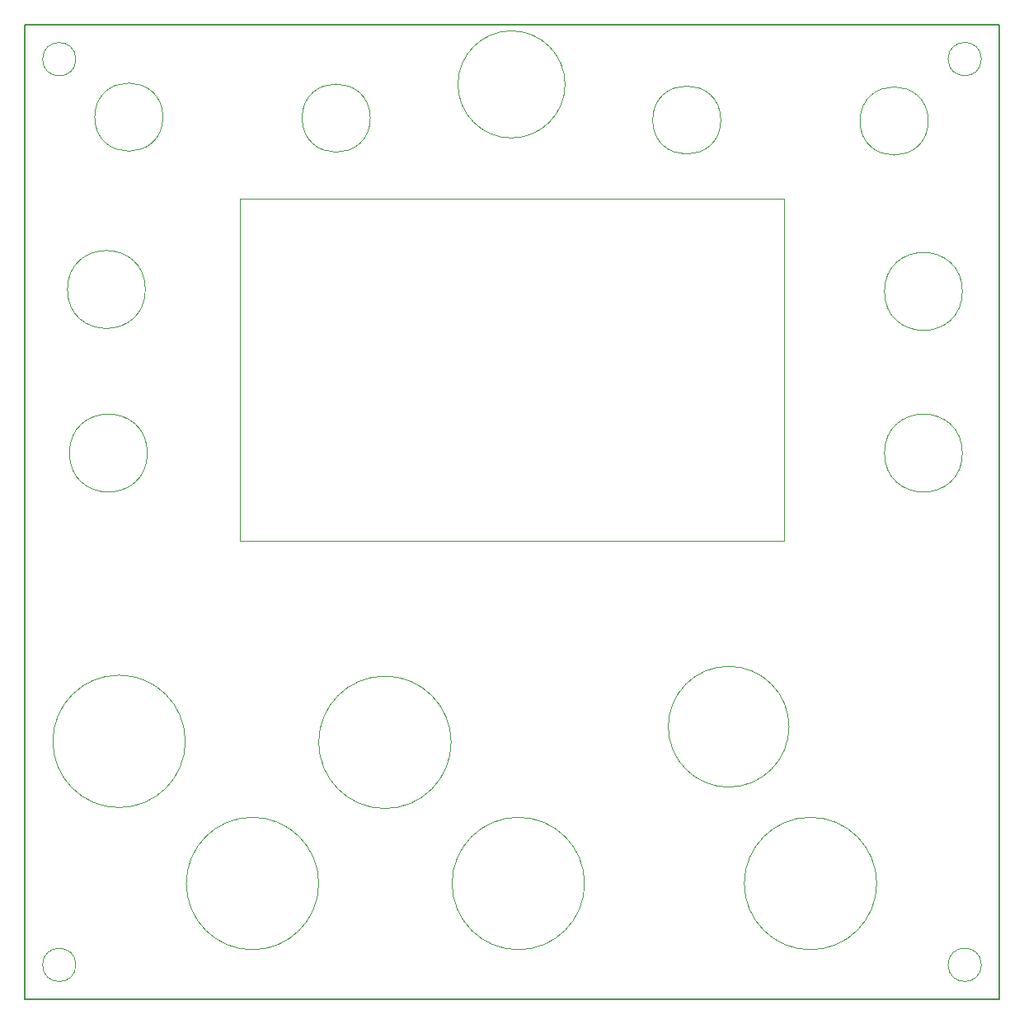
<source format=gbr>
%TF.GenerationSoftware,KiCad,Pcbnew,7.0.9*%
%TF.CreationDate,2024-07-10T14:31:20+10:00*%
%TF.ProjectId,default_panel,64656661-756c-4745-9f70-616e656c2e6b,rev?*%
%TF.SameCoordinates,Original*%
%TF.FileFunction,Profile,NP*%
%FSLAX46Y46*%
G04 Gerber Fmt 4.6, Leading zero omitted, Abs format (unit mm)*
G04 Created by KiCad (PCBNEW 7.0.9) date 2024-07-10 14:31:20*
%MOMM*%
%LPD*%
G01*
G04 APERTURE LIST*
%TA.AperFunction,Profile*%
%ADD10C,0.100000*%
%TD*%
%TA.AperFunction,Profile*%
%ADD11C,0.150000*%
%TD*%
G04 APERTURE END LIST*
D10*
X111800000Y-132900000D02*
G75*
G03*
X111800000Y-132900000I-6800000J0D01*
G01*
X137096765Y-50838475D02*
G75*
G03*
X137096765Y-50838475I-5500000J0D01*
G01*
X98100000Y-118300000D02*
G75*
G03*
X98100000Y-118300000I-6800000J0D01*
G01*
X125400000Y-118400000D02*
G75*
G03*
X125400000Y-118400000I-6800000J0D01*
G01*
D11*
X181650000Y-144750000D02*
X81650000Y-144750000D01*
D10*
X173200001Y-68200000D02*
G75*
G03*
X173200001Y-68200000I-1J0D01*
G01*
X169100000Y-132900000D02*
G75*
G03*
X169100000Y-132900000I-6800000J0D01*
G01*
X96000001Y-55500000D02*
G75*
G03*
X96000001Y-55500000I-1J0D01*
G01*
X179850000Y-48238276D02*
G75*
G03*
X179850000Y-48238276I-1711724J0D01*
G01*
X94200000Y-88700000D02*
G75*
G03*
X94200000Y-88700000I-4000000J0D01*
G01*
X95800000Y-54200000D02*
G75*
G03*
X95800000Y-54200000I-3500000J0D01*
G01*
X174389752Y-54600000D02*
G75*
G03*
X174389752Y-54600000I-3500000J0D01*
G01*
X94000000Y-71900000D02*
G75*
G03*
X94000000Y-71900000I-4000000J0D01*
G01*
X117094876Y-54300000D02*
G75*
G03*
X117094876Y-54300000I-3500000J0D01*
G01*
X86861724Y-141261724D02*
G75*
G03*
X86861724Y-141261724I-1711724J0D01*
G01*
X153094876Y-54500000D02*
G75*
G03*
X153094876Y-54500000I-3500000J0D01*
G01*
D11*
X81650000Y-44750000D02*
X181650000Y-44750000D01*
D10*
X103700000Y-62600000D02*
X159600000Y-62600000D01*
X159600000Y-97700000D01*
X103700000Y-97700000D01*
X103700000Y-62600000D01*
X160100000Y-116800000D02*
G75*
G03*
X160100000Y-116800000I-6200000J0D01*
G01*
X177900000Y-88700000D02*
G75*
G03*
X177900000Y-88700000I-4000000J0D01*
G01*
X139100000Y-132900000D02*
G75*
G03*
X139100000Y-132900000I-6800000J0D01*
G01*
X177900000Y-72100000D02*
G75*
G03*
X177900000Y-72100000I-4000000J0D01*
G01*
X86861724Y-48250000D02*
G75*
G03*
X86861724Y-48250000I-1711724J0D01*
G01*
D11*
X181650000Y-44750000D02*
X181650000Y-144750000D01*
D10*
X179850000Y-141250000D02*
G75*
G03*
X179850000Y-141250000I-1711724J0D01*
G01*
D11*
X81650000Y-144750000D02*
X81650000Y-44750000D01*
M02*

</source>
